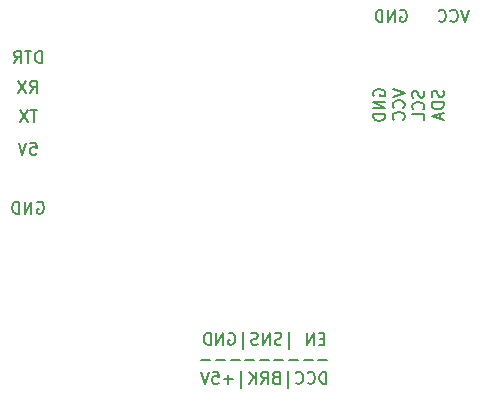
<source format=gbr>
%TF.GenerationSoftware,KiCad,Pcbnew,5.1.6-c6e7f7d~87~ubuntu20.04.1*%
%TF.CreationDate,2020-08-28T13:01:10+02:00*%
%TF.ProjectId,DccModule,4463634d-6f64-4756-9c65-2e6b69636164,rev?*%
%TF.SameCoordinates,Original*%
%TF.FileFunction,Legend,Bot*%
%TF.FilePolarity,Positive*%
%FSLAX46Y46*%
G04 Gerber Fmt 4.6, Leading zero omitted, Abs format (unit mm)*
G04 Created by KiCad (PCBNEW 5.1.6-c6e7f7d~87~ubuntu20.04.1) date 2020-08-28 13:01:10*
%MOMM*%
%LPD*%
G01*
G04 APERTURE LIST*
%ADD10C,0.150000*%
G04 APERTURE END LIST*
D10*
X152071428Y-118778571D02*
X151738095Y-118778571D01*
X151595238Y-119302380D02*
X152071428Y-119302380D01*
X152071428Y-118302380D01*
X151595238Y-118302380D01*
X151166666Y-119302380D02*
X151166666Y-118302380D01*
X150595238Y-119302380D01*
X150595238Y-118302380D01*
X149119047Y-119635714D02*
X149119047Y-118207142D01*
X148452380Y-119254761D02*
X148309523Y-119302380D01*
X148071428Y-119302380D01*
X147976190Y-119254761D01*
X147928571Y-119207142D01*
X147880952Y-119111904D01*
X147880952Y-119016666D01*
X147928571Y-118921428D01*
X147976190Y-118873809D01*
X148071428Y-118826190D01*
X148261904Y-118778571D01*
X148357142Y-118730952D01*
X148404761Y-118683333D01*
X148452380Y-118588095D01*
X148452380Y-118492857D01*
X148404761Y-118397619D01*
X148357142Y-118350000D01*
X148261904Y-118302380D01*
X148023809Y-118302380D01*
X147880952Y-118350000D01*
X147452380Y-119302380D02*
X147452380Y-118302380D01*
X146880952Y-119302380D01*
X146880952Y-118302380D01*
X146452380Y-119254761D02*
X146309523Y-119302380D01*
X146071428Y-119302380D01*
X145976190Y-119254761D01*
X145928571Y-119207142D01*
X145880952Y-119111904D01*
X145880952Y-119016666D01*
X145928571Y-118921428D01*
X145976190Y-118873809D01*
X146071428Y-118826190D01*
X146261904Y-118778571D01*
X146357142Y-118730952D01*
X146404761Y-118683333D01*
X146452380Y-118588095D01*
X146452380Y-118492857D01*
X146404761Y-118397619D01*
X146357142Y-118350000D01*
X146261904Y-118302380D01*
X146023809Y-118302380D01*
X145880952Y-118350000D01*
X145214285Y-119635714D02*
X145214285Y-118207142D01*
X143976190Y-118350000D02*
X144071428Y-118302380D01*
X144214285Y-118302380D01*
X144357142Y-118350000D01*
X144452380Y-118445238D01*
X144500000Y-118540476D01*
X144547619Y-118730952D01*
X144547619Y-118873809D01*
X144500000Y-119064285D01*
X144452380Y-119159523D01*
X144357142Y-119254761D01*
X144214285Y-119302380D01*
X144119047Y-119302380D01*
X143976190Y-119254761D01*
X143928571Y-119207142D01*
X143928571Y-118873809D01*
X144119047Y-118873809D01*
X143500000Y-119302380D02*
X143500000Y-118302380D01*
X142928571Y-119302380D01*
X142928571Y-118302380D01*
X142452380Y-119302380D02*
X142452380Y-118302380D01*
X142214285Y-118302380D01*
X142071428Y-118350000D01*
X141976190Y-118445238D01*
X141928571Y-118540476D01*
X141880952Y-118730952D01*
X141880952Y-118873809D01*
X141928571Y-119064285D01*
X141976190Y-119159523D01*
X142071428Y-119254761D01*
X142214285Y-119302380D01*
X142452380Y-119302380D01*
X152333333Y-120571428D02*
X151571428Y-120571428D01*
X151095238Y-120571428D02*
X150333333Y-120571428D01*
X149857142Y-120571428D02*
X149095238Y-120571428D01*
X148619047Y-120571428D02*
X147857142Y-120571428D01*
X147380952Y-120571428D02*
X146619047Y-120571428D01*
X146142857Y-120571428D02*
X145380952Y-120571428D01*
X144904761Y-120571428D02*
X144142857Y-120571428D01*
X143666666Y-120571428D02*
X142904761Y-120571428D01*
X142428571Y-120571428D02*
X141666666Y-120571428D01*
X152238095Y-122602380D02*
X152238095Y-121602380D01*
X152000000Y-121602380D01*
X151857142Y-121650000D01*
X151761904Y-121745238D01*
X151714285Y-121840476D01*
X151666666Y-122030952D01*
X151666666Y-122173809D01*
X151714285Y-122364285D01*
X151761904Y-122459523D01*
X151857142Y-122554761D01*
X152000000Y-122602380D01*
X152238095Y-122602380D01*
X150666666Y-122507142D02*
X150714285Y-122554761D01*
X150857142Y-122602380D01*
X150952380Y-122602380D01*
X151095238Y-122554761D01*
X151190476Y-122459523D01*
X151238095Y-122364285D01*
X151285714Y-122173809D01*
X151285714Y-122030952D01*
X151238095Y-121840476D01*
X151190476Y-121745238D01*
X151095238Y-121650000D01*
X150952380Y-121602380D01*
X150857142Y-121602380D01*
X150714285Y-121650000D01*
X150666666Y-121697619D01*
X149666666Y-122507142D02*
X149714285Y-122554761D01*
X149857142Y-122602380D01*
X149952380Y-122602380D01*
X150095238Y-122554761D01*
X150190476Y-122459523D01*
X150238095Y-122364285D01*
X150285714Y-122173809D01*
X150285714Y-122030952D01*
X150238095Y-121840476D01*
X150190476Y-121745238D01*
X150095238Y-121650000D01*
X149952380Y-121602380D01*
X149857142Y-121602380D01*
X149714285Y-121650000D01*
X149666666Y-121697619D01*
X149000000Y-122935714D02*
X149000000Y-121507142D01*
X147952380Y-122078571D02*
X147809523Y-122126190D01*
X147761904Y-122173809D01*
X147714285Y-122269047D01*
X147714285Y-122411904D01*
X147761904Y-122507142D01*
X147809523Y-122554761D01*
X147904761Y-122602380D01*
X148285714Y-122602380D01*
X148285714Y-121602380D01*
X147952380Y-121602380D01*
X147857142Y-121650000D01*
X147809523Y-121697619D01*
X147761904Y-121792857D01*
X147761904Y-121888095D01*
X147809523Y-121983333D01*
X147857142Y-122030952D01*
X147952380Y-122078571D01*
X148285714Y-122078571D01*
X146714285Y-122602380D02*
X147047619Y-122126190D01*
X147285714Y-122602380D02*
X147285714Y-121602380D01*
X146904761Y-121602380D01*
X146809523Y-121650000D01*
X146761904Y-121697619D01*
X146714285Y-121792857D01*
X146714285Y-121935714D01*
X146761904Y-122030952D01*
X146809523Y-122078571D01*
X146904761Y-122126190D01*
X147285714Y-122126190D01*
X146285714Y-122602380D02*
X146285714Y-121602380D01*
X145714285Y-122602380D02*
X146142857Y-122030952D01*
X145714285Y-121602380D02*
X146285714Y-122173809D01*
X145047619Y-122935714D02*
X145047619Y-121507142D01*
X144333333Y-122221428D02*
X143571428Y-122221428D01*
X143952380Y-122602380D02*
X143952380Y-121840476D01*
X142619047Y-121602380D02*
X143095238Y-121602380D01*
X143142857Y-122078571D01*
X143095238Y-122030952D01*
X143000000Y-121983333D01*
X142761904Y-121983333D01*
X142666666Y-122030952D01*
X142619047Y-122078571D01*
X142571428Y-122173809D01*
X142571428Y-122411904D01*
X142619047Y-122507142D01*
X142666666Y-122554761D01*
X142761904Y-122602380D01*
X143000000Y-122602380D01*
X143095238Y-122554761D01*
X143142857Y-122507142D01*
X142285714Y-121602380D02*
X141952380Y-122602380D01*
X141619047Y-121602380D01*
X127761904Y-107250000D02*
X127857142Y-107202380D01*
X128000000Y-107202380D01*
X128142857Y-107250000D01*
X128238095Y-107345238D01*
X128285714Y-107440476D01*
X128333333Y-107630952D01*
X128333333Y-107773809D01*
X128285714Y-107964285D01*
X128238095Y-108059523D01*
X128142857Y-108154761D01*
X128000000Y-108202380D01*
X127904761Y-108202380D01*
X127761904Y-108154761D01*
X127714285Y-108107142D01*
X127714285Y-107773809D01*
X127904761Y-107773809D01*
X127285714Y-108202380D02*
X127285714Y-107202380D01*
X126714285Y-108202380D01*
X126714285Y-107202380D01*
X126238095Y-108202380D02*
X126238095Y-107202380D01*
X126000000Y-107202380D01*
X125857142Y-107250000D01*
X125761904Y-107345238D01*
X125714285Y-107440476D01*
X125666666Y-107630952D01*
X125666666Y-107773809D01*
X125714285Y-107964285D01*
X125761904Y-108059523D01*
X125857142Y-108154761D01*
X126000000Y-108202380D01*
X126238095Y-108202380D01*
X127190476Y-102202380D02*
X127666666Y-102202380D01*
X127714285Y-102678571D01*
X127666666Y-102630952D01*
X127571428Y-102583333D01*
X127333333Y-102583333D01*
X127238095Y-102630952D01*
X127190476Y-102678571D01*
X127142857Y-102773809D01*
X127142857Y-103011904D01*
X127190476Y-103107142D01*
X127238095Y-103154761D01*
X127333333Y-103202380D01*
X127571428Y-103202380D01*
X127666666Y-103154761D01*
X127714285Y-103107142D01*
X126857142Y-102202380D02*
X126523809Y-103202380D01*
X126190476Y-102202380D01*
X127761904Y-99452380D02*
X127190476Y-99452380D01*
X127476190Y-100452380D02*
X127476190Y-99452380D01*
X126952380Y-99452380D02*
X126285714Y-100452380D01*
X126285714Y-99452380D02*
X126952380Y-100452380D01*
X127166666Y-97952380D02*
X127500000Y-97476190D01*
X127738095Y-97952380D02*
X127738095Y-96952380D01*
X127357142Y-96952380D01*
X127261904Y-97000000D01*
X127214285Y-97047619D01*
X127166666Y-97142857D01*
X127166666Y-97285714D01*
X127214285Y-97380952D01*
X127261904Y-97428571D01*
X127357142Y-97476190D01*
X127738095Y-97476190D01*
X126833333Y-96952380D02*
X126166666Y-97952380D01*
X126166666Y-96952380D02*
X126833333Y-97952380D01*
X128142857Y-95452380D02*
X128142857Y-94452380D01*
X127904761Y-94452380D01*
X127761904Y-94500000D01*
X127666666Y-94595238D01*
X127619047Y-94690476D01*
X127571428Y-94880952D01*
X127571428Y-95023809D01*
X127619047Y-95214285D01*
X127666666Y-95309523D01*
X127761904Y-95404761D01*
X127904761Y-95452380D01*
X128142857Y-95452380D01*
X127285714Y-94452380D02*
X126714285Y-94452380D01*
X127000000Y-95452380D02*
X127000000Y-94452380D01*
X125809523Y-95452380D02*
X126142857Y-94976190D01*
X126380952Y-95452380D02*
X126380952Y-94452380D01*
X126000000Y-94452380D01*
X125904761Y-94500000D01*
X125857142Y-94547619D01*
X125809523Y-94642857D01*
X125809523Y-94785714D01*
X125857142Y-94880952D01*
X125904761Y-94928571D01*
X126000000Y-94976190D01*
X126380952Y-94976190D01*
X164333333Y-90952380D02*
X164000000Y-91952380D01*
X163666666Y-90952380D01*
X162761904Y-91857142D02*
X162809523Y-91904761D01*
X162952380Y-91952380D01*
X163047619Y-91952380D01*
X163190476Y-91904761D01*
X163285714Y-91809523D01*
X163333333Y-91714285D01*
X163380952Y-91523809D01*
X163380952Y-91380952D01*
X163333333Y-91190476D01*
X163285714Y-91095238D01*
X163190476Y-91000000D01*
X163047619Y-90952380D01*
X162952380Y-90952380D01*
X162809523Y-91000000D01*
X162761904Y-91047619D01*
X161761904Y-91857142D02*
X161809523Y-91904761D01*
X161952380Y-91952380D01*
X162047619Y-91952380D01*
X162190476Y-91904761D01*
X162285714Y-91809523D01*
X162333333Y-91714285D01*
X162380952Y-91523809D01*
X162380952Y-91380952D01*
X162333333Y-91190476D01*
X162285714Y-91095238D01*
X162190476Y-91000000D01*
X162047619Y-90952380D01*
X161952380Y-90952380D01*
X161809523Y-91000000D01*
X161761904Y-91047619D01*
X158511904Y-91000000D02*
X158607142Y-90952380D01*
X158750000Y-90952380D01*
X158892857Y-91000000D01*
X158988095Y-91095238D01*
X159035714Y-91190476D01*
X159083333Y-91380952D01*
X159083333Y-91523809D01*
X159035714Y-91714285D01*
X158988095Y-91809523D01*
X158892857Y-91904761D01*
X158750000Y-91952380D01*
X158654761Y-91952380D01*
X158511904Y-91904761D01*
X158464285Y-91857142D01*
X158464285Y-91523809D01*
X158654761Y-91523809D01*
X158035714Y-91952380D02*
X158035714Y-90952380D01*
X157464285Y-91952380D01*
X157464285Y-90952380D01*
X156988095Y-91952380D02*
X156988095Y-90952380D01*
X156750000Y-90952380D01*
X156607142Y-91000000D01*
X156511904Y-91095238D01*
X156464285Y-91190476D01*
X156416666Y-91380952D01*
X156416666Y-91523809D01*
X156464285Y-91714285D01*
X156511904Y-91809523D01*
X156607142Y-91904761D01*
X156750000Y-91952380D01*
X156988095Y-91952380D01*
X156275000Y-98238095D02*
X156227380Y-98142857D01*
X156227380Y-98000000D01*
X156275000Y-97857142D01*
X156370238Y-97761904D01*
X156465476Y-97714285D01*
X156655952Y-97666666D01*
X156798809Y-97666666D01*
X156989285Y-97714285D01*
X157084523Y-97761904D01*
X157179761Y-97857142D01*
X157227380Y-98000000D01*
X157227380Y-98095238D01*
X157179761Y-98238095D01*
X157132142Y-98285714D01*
X156798809Y-98285714D01*
X156798809Y-98095238D01*
X157227380Y-98714285D02*
X156227380Y-98714285D01*
X157227380Y-99285714D01*
X156227380Y-99285714D01*
X157227380Y-99761904D02*
X156227380Y-99761904D01*
X156227380Y-100000000D01*
X156275000Y-100142857D01*
X156370238Y-100238095D01*
X156465476Y-100285714D01*
X156655952Y-100333333D01*
X156798809Y-100333333D01*
X156989285Y-100285714D01*
X157084523Y-100238095D01*
X157179761Y-100142857D01*
X157227380Y-100000000D01*
X157227380Y-99761904D01*
X157877380Y-97666666D02*
X158877380Y-98000000D01*
X157877380Y-98333333D01*
X158782142Y-99238095D02*
X158829761Y-99190476D01*
X158877380Y-99047619D01*
X158877380Y-98952380D01*
X158829761Y-98809523D01*
X158734523Y-98714285D01*
X158639285Y-98666666D01*
X158448809Y-98619047D01*
X158305952Y-98619047D01*
X158115476Y-98666666D01*
X158020238Y-98714285D01*
X157925000Y-98809523D01*
X157877380Y-98952380D01*
X157877380Y-99047619D01*
X157925000Y-99190476D01*
X157972619Y-99238095D01*
X158782142Y-100238095D02*
X158829761Y-100190476D01*
X158877380Y-100047619D01*
X158877380Y-99952380D01*
X158829761Y-99809523D01*
X158734523Y-99714285D01*
X158639285Y-99666666D01*
X158448809Y-99619047D01*
X158305952Y-99619047D01*
X158115476Y-99666666D01*
X158020238Y-99714285D01*
X157925000Y-99809523D01*
X157877380Y-99952380D01*
X157877380Y-100047619D01*
X157925000Y-100190476D01*
X157972619Y-100238095D01*
X160479761Y-97809523D02*
X160527380Y-97952380D01*
X160527380Y-98190476D01*
X160479761Y-98285714D01*
X160432142Y-98333333D01*
X160336904Y-98380952D01*
X160241666Y-98380952D01*
X160146428Y-98333333D01*
X160098809Y-98285714D01*
X160051190Y-98190476D01*
X160003571Y-98000000D01*
X159955952Y-97904761D01*
X159908333Y-97857142D01*
X159813095Y-97809523D01*
X159717857Y-97809523D01*
X159622619Y-97857142D01*
X159575000Y-97904761D01*
X159527380Y-98000000D01*
X159527380Y-98238095D01*
X159575000Y-98380952D01*
X160432142Y-99380952D02*
X160479761Y-99333333D01*
X160527380Y-99190476D01*
X160527380Y-99095238D01*
X160479761Y-98952380D01*
X160384523Y-98857142D01*
X160289285Y-98809523D01*
X160098809Y-98761904D01*
X159955952Y-98761904D01*
X159765476Y-98809523D01*
X159670238Y-98857142D01*
X159575000Y-98952380D01*
X159527380Y-99095238D01*
X159527380Y-99190476D01*
X159575000Y-99333333D01*
X159622619Y-99380952D01*
X160527380Y-100285714D02*
X160527380Y-99809523D01*
X159527380Y-99809523D01*
X162129761Y-97785714D02*
X162177380Y-97928571D01*
X162177380Y-98166666D01*
X162129761Y-98261904D01*
X162082142Y-98309523D01*
X161986904Y-98357142D01*
X161891666Y-98357142D01*
X161796428Y-98309523D01*
X161748809Y-98261904D01*
X161701190Y-98166666D01*
X161653571Y-97976190D01*
X161605952Y-97880952D01*
X161558333Y-97833333D01*
X161463095Y-97785714D01*
X161367857Y-97785714D01*
X161272619Y-97833333D01*
X161225000Y-97880952D01*
X161177380Y-97976190D01*
X161177380Y-98214285D01*
X161225000Y-98357142D01*
X162177380Y-98785714D02*
X161177380Y-98785714D01*
X161177380Y-99023809D01*
X161225000Y-99166666D01*
X161320238Y-99261904D01*
X161415476Y-99309523D01*
X161605952Y-99357142D01*
X161748809Y-99357142D01*
X161939285Y-99309523D01*
X162034523Y-99261904D01*
X162129761Y-99166666D01*
X162177380Y-99023809D01*
X162177380Y-98785714D01*
X161891666Y-99738095D02*
X161891666Y-100214285D01*
X162177380Y-99642857D02*
X161177380Y-99976190D01*
X162177380Y-100309523D01*
M02*

</source>
